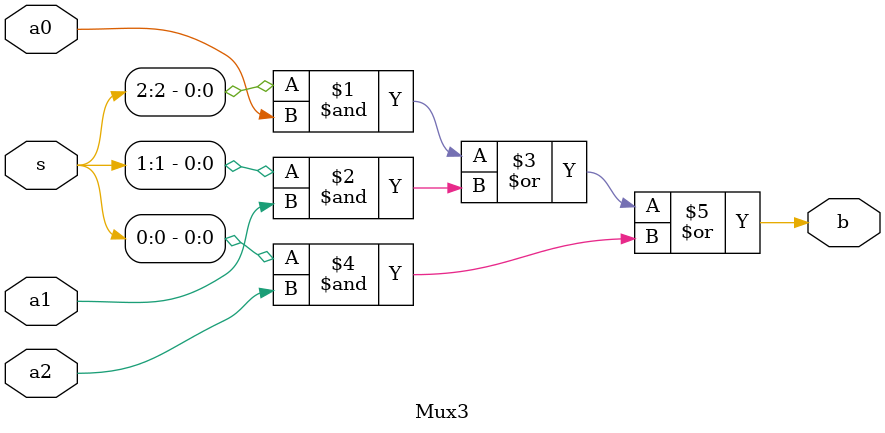
<source format=v>
module instruction_decoder(regout, nsel, opcode, ALUop, sximm5, sximm8, shift, readnum, writenum);
    parameter n = 1;
    input [15:0] regout;
    input [2:0] nsel;
    output [2:0] opcode;
    
    output [1:0] ALUop;
    output [15:0] sximm5;
    output [15:0] sximm8;
    output [1:0] shift;
    output [2:0] readnum;
    output [2:0] writenum;
    
    wire [2:0] Rn;
    wire [2:0] Rd;
    wire [2:0] Rm;
    wire [2:0] Rout;
    
    wire [4:0] imm5;
    wire [7:0] imm8;
    
	 //Assigning bits of instruction input from instruction reg to different wire connections to the FSM and datapath.
    assign opcode = regout[15:13];
    assign ALUop =  regout[12:11];
    assign shift = (regout[15] & ~regout[14] & ~regout[13]) ? 2'b0 : regout[4:3];		//If performing the STR, instruction, do not shift at all.
    assign imm5 = regout[4:0];
    assign imm8 = regout[7:0];
    
	 //Perform sign extension on 5 and 8 bit values to 16 bit signed values to be passed to datapath.
    SignExtend #(5,16) se1(imm5,sximm5);
    SignExtend #(8,16) se2(imm8,sximm8);
    
	 //Defining more bits of instruction input for the different addresses (if necessary.)
    assign Rn = regout[10:8];
    assign Rd = regout[7:5]; 
    assign Rm = regout[2:0];
    
	 //Instantiate a mux to select readnum and writenum outputs.
    Mux3 #(3) mx1(Rn,Rd,Rm,nsel,Rout);
    
	 //Output the same value for readnum and writenum to datapath. FSM will dictate which one to use.
    assign readnum = Rout;
    assign writenum = Rout;
endmodule

//Module SignExtend from Dally pg. 222
//Module performs sign extension of a given input.
module SignExtend(a, b) ; 
    parameter n=2 ;
    parameter m=4 ; 
    
    input [n-1:0] a ; 
    output [m-1:0] b ;
    
    assign b = {{n{a[n-1]}},a};
endmodule
 
//Mux module for selecting the readnum and writenum values based on the 3-bit 1 hot nsel.
module Mux3(a2,a1,a0,s,b);
    parameter k=1;
    input [k-1:0] a0,a1,a2;
    input [2:0] s;
    output [k-1:0] b;
    wire [k-1:0] b = ({k{s[2]}} & a0) |
                      ({k{s[1]}} & a1) |
                      ({k{s[0]}} & a2);
endmodule
</source>
